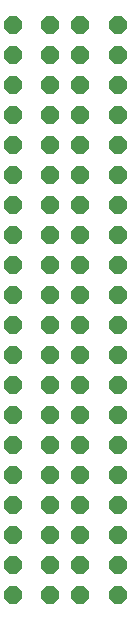
<source format=gbl>
G75*
%MOIN*%
%OFA0B0*%
%FSLAX25Y25*%
%IPPOS*%
%LPD*%
%AMOC8*
5,1,8,0,0,1.08239X$1,22.5*
%
%ADD10OC8,0.06000*%
D10*
X0043500Y0034177D03*
X0043500Y0044177D03*
X0043500Y0054177D03*
X0043500Y0064177D03*
X0043500Y0074177D03*
X0043500Y0084177D03*
X0043500Y0094177D03*
X0043500Y0104177D03*
X0043500Y0114177D03*
X0043500Y0124177D03*
X0043500Y0134177D03*
X0043500Y0144177D03*
X0043500Y0154177D03*
X0043500Y0164177D03*
X0043500Y0174177D03*
X0043500Y0184177D03*
X0043500Y0194177D03*
X0043500Y0204177D03*
X0043500Y0214177D03*
X0043500Y0224177D03*
X0056000Y0224177D03*
X0056000Y0214177D03*
X0056000Y0204177D03*
X0056000Y0194177D03*
X0056000Y0184177D03*
X0056000Y0174177D03*
X0056000Y0164177D03*
X0056000Y0154177D03*
X0056000Y0144177D03*
X0056000Y0134177D03*
X0056000Y0124177D03*
X0056000Y0114177D03*
X0056000Y0104177D03*
X0056000Y0094177D03*
X0056000Y0084177D03*
X0056000Y0074177D03*
X0056000Y0064177D03*
X0056000Y0054177D03*
X0056000Y0044177D03*
X0056000Y0034177D03*
X0066000Y0034177D03*
X0066000Y0044177D03*
X0066000Y0054177D03*
X0066000Y0064177D03*
X0066000Y0074177D03*
X0066000Y0084177D03*
X0066000Y0094177D03*
X0066000Y0104177D03*
X0066000Y0114177D03*
X0066000Y0124177D03*
X0066000Y0134177D03*
X0066000Y0144177D03*
X0066000Y0154177D03*
X0066000Y0164177D03*
X0066000Y0174177D03*
X0066000Y0184177D03*
X0066000Y0194177D03*
X0066000Y0204177D03*
X0066000Y0214177D03*
X0066000Y0224177D03*
X0078500Y0224177D03*
X0078500Y0214177D03*
X0078500Y0204177D03*
X0078500Y0194177D03*
X0078500Y0184177D03*
X0078500Y0174177D03*
X0078500Y0164177D03*
X0078500Y0154177D03*
X0078500Y0144177D03*
X0078500Y0134177D03*
X0078500Y0124177D03*
X0078500Y0114177D03*
X0078500Y0104177D03*
X0078500Y0094177D03*
X0078500Y0084177D03*
X0078500Y0074177D03*
X0078500Y0064177D03*
X0078500Y0054177D03*
X0078500Y0044177D03*
X0078500Y0034177D03*
M02*

</source>
